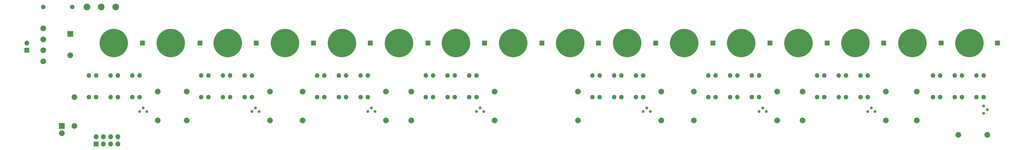
<source format=gbr>
G04 #@! TF.FileFunction,Soldermask,Bot*
%FSLAX46Y46*%
G04 Gerber Fmt 4.6, Leading zero omitted, Abs format (unit mm)*
G04 Created by KiCad (PCBNEW 4.0.7) date 02/21/18 09:39:28*
%MOMM*%
%LPD*%
G01*
G04 APERTURE LIST*
%ADD10C,0.100000*%
%ADD11O,1.600000X1.600000*%
%ADD12C,1.000760*%
%ADD13R,1.727200X1.727200*%
%ADD14O,1.727200X1.727200*%
%ADD15R,2.032000X2.032000*%
%ADD16O,2.032000X2.032000*%
%ADD17C,1.998980*%
%ADD18C,10.000000*%
%ADD19R,1.700000X1.700000*%
%ADD20O,1.700000X1.700000*%
%ADD21C,1.600000*%
%ADD22C,2.000000*%
%ADD23R,2.000000X2.000000*%
%ADD24C,2.340000*%
G04 APERTURE END LIST*
D10*
D11*
X328930000Y-131445000D03*
X331470000Y-131445000D03*
X331470000Y-123825000D03*
X328930000Y-123825000D03*
D12*
X381000000Y-135890000D03*
X379730000Y-137160000D03*
X379730000Y-134620000D03*
D13*
X68580000Y-147955000D03*
D14*
X68580000Y-145415000D03*
X71120000Y-147955000D03*
X71120000Y-145415000D03*
X73660000Y-147955000D03*
X73660000Y-145415000D03*
X76200000Y-147955000D03*
X76200000Y-145415000D03*
D15*
X56515000Y-141605000D03*
D16*
X56515000Y-144145000D03*
D12*
X85090000Y-135255000D03*
X86360000Y-136525000D03*
X83820000Y-136525000D03*
X261620000Y-135255000D03*
X262890000Y-136525000D03*
X260350000Y-136525000D03*
X124460000Y-135255000D03*
X125730000Y-136525000D03*
X123190000Y-136525000D03*
X302260000Y-135255000D03*
X303530000Y-136525000D03*
X300990000Y-136525000D03*
X165100000Y-135255000D03*
X166370000Y-136525000D03*
X163830000Y-136525000D03*
X340360000Y-135255000D03*
X341630000Y-136525000D03*
X339090000Y-136525000D03*
X203200000Y-135255000D03*
X204470000Y-136525000D03*
X201930000Y-136525000D03*
D17*
X100330000Y-129540000D03*
X100330000Y-139700000D03*
X278130000Y-129540000D03*
X278130000Y-139700000D03*
X140970000Y-129540000D03*
X140970000Y-139700000D03*
X316230000Y-129540000D03*
X316230000Y-139700000D03*
X179070000Y-129540000D03*
X179070000Y-139700000D03*
X356235000Y-129540000D03*
X356235000Y-139700000D03*
X237490000Y-129540000D03*
X237490000Y-139700000D03*
X60960000Y-131445000D03*
X60960000Y-141605000D03*
D11*
X66040000Y-131445000D03*
X68580000Y-131445000D03*
X68580000Y-123825000D03*
X66040000Y-123825000D03*
X73660000Y-131445000D03*
X76200000Y-131445000D03*
X76200000Y-123825000D03*
X73660000Y-123825000D03*
X81280000Y-131445000D03*
X83820000Y-131445000D03*
X83820000Y-123825000D03*
X81280000Y-123825000D03*
X242570000Y-131445000D03*
X245110000Y-131445000D03*
X245110000Y-123825000D03*
X242570000Y-123825000D03*
X250190000Y-131445000D03*
X252730000Y-131445000D03*
X252730000Y-123825000D03*
X250190000Y-123825000D03*
X257810000Y-131445000D03*
X260350000Y-131445000D03*
X260350000Y-123825000D03*
X257810000Y-123825000D03*
X105410000Y-131445000D03*
X107950000Y-131445000D03*
X107950000Y-123825000D03*
X105410000Y-123825000D03*
X113030000Y-131445000D03*
X115570000Y-131445000D03*
X115570000Y-123825000D03*
X113030000Y-123825000D03*
X120650000Y-131445000D03*
X123190000Y-131445000D03*
X123190000Y-123825000D03*
X120650000Y-123825000D03*
X283210000Y-131445000D03*
X285750000Y-131445000D03*
X285750000Y-123825000D03*
X283210000Y-123825000D03*
X290830000Y-131445000D03*
X293370000Y-131445000D03*
X293370000Y-123825000D03*
X290830000Y-123825000D03*
X298450000Y-131445000D03*
X300990000Y-131445000D03*
X300990000Y-123825000D03*
X298450000Y-123825000D03*
X146050000Y-131445000D03*
X148590000Y-131445000D03*
X148590000Y-123825000D03*
X146050000Y-123825000D03*
X153670000Y-131445000D03*
X156210000Y-131445000D03*
X156210000Y-123825000D03*
X153670000Y-123825000D03*
X161290000Y-131445000D03*
X163830000Y-131445000D03*
X163830000Y-123825000D03*
X161290000Y-123825000D03*
X321310000Y-131445000D03*
X323850000Y-131445000D03*
X323850000Y-123825000D03*
X321310000Y-123825000D03*
X336550000Y-131445000D03*
X339090000Y-131445000D03*
X339090000Y-123825000D03*
X336550000Y-123825000D03*
X184150000Y-131445000D03*
X186690000Y-131445000D03*
X186690000Y-123825000D03*
X184150000Y-123825000D03*
X191770000Y-131445000D03*
X194310000Y-131445000D03*
X194310000Y-123825000D03*
X191770000Y-123825000D03*
X199390000Y-131445000D03*
X201930000Y-131445000D03*
X201930000Y-123825000D03*
X199390000Y-123825000D03*
X361950000Y-131445000D03*
X364490000Y-131445000D03*
X364490000Y-123825000D03*
X361950000Y-123825000D03*
X369570000Y-131445000D03*
X372110000Y-131445000D03*
X372110000Y-123825000D03*
X369570000Y-123825000D03*
X377190000Y-131445000D03*
X379730000Y-131445000D03*
X379730000Y-123825000D03*
X377190000Y-123825000D03*
D17*
X90170000Y-129540000D03*
X90170000Y-139700000D03*
X266700000Y-129540000D03*
X266700000Y-139700000D03*
X129540000Y-129540000D03*
X129540000Y-139700000D03*
X307340000Y-129540000D03*
X307340000Y-139700000D03*
X170180000Y-129540000D03*
X170180000Y-139700000D03*
X345440000Y-129540000D03*
X345440000Y-139700000D03*
X208280000Y-129540000D03*
X208280000Y-139700000D03*
X381000000Y-144780000D03*
X370840000Y-144780000D03*
D18*
X74760000Y-112395000D03*
X94760000Y-112395000D03*
X114760000Y-112395000D03*
X174760000Y-112395000D03*
X194760000Y-112395000D03*
X214760000Y-112395000D03*
X234760000Y-112395000D03*
X254760000Y-112395000D03*
X274760000Y-112395000D03*
X294760000Y-112395000D03*
X134760000Y-112395000D03*
X154760000Y-112395000D03*
X314760000Y-112395000D03*
X334760000Y-112395000D03*
X354760000Y-112395000D03*
X374760000Y-112395000D03*
D19*
X44280000Y-114935000D03*
D20*
X44280000Y-112395000D03*
D21*
X60155000Y-99695000D03*
D11*
X49995000Y-99695000D03*
D22*
X49995000Y-107275000D03*
X49995000Y-111125000D03*
X49995000Y-114975000D03*
X49995000Y-118825000D03*
D23*
X59520000Y-109220000D03*
D22*
X59520000Y-116720000D03*
D19*
X84793000Y-112395000D03*
X244686000Y-112395000D03*
X104986000Y-112395000D03*
X264752000Y-112395000D03*
X124671000Y-112395000D03*
X284818000Y-112395000D03*
X304757000Y-112395000D03*
X144737000Y-112395000D03*
X324823000Y-112395000D03*
X164676000Y-112395000D03*
X344635000Y-112395000D03*
X184869000Y-112395000D03*
X204681000Y-112395000D03*
X364828000Y-112395000D03*
X224874000Y-112395000D03*
X384513000Y-112395000D03*
D24*
X65395000Y-99695000D03*
X70395000Y-99695000D03*
X75395000Y-99695000D03*
M02*

</source>
